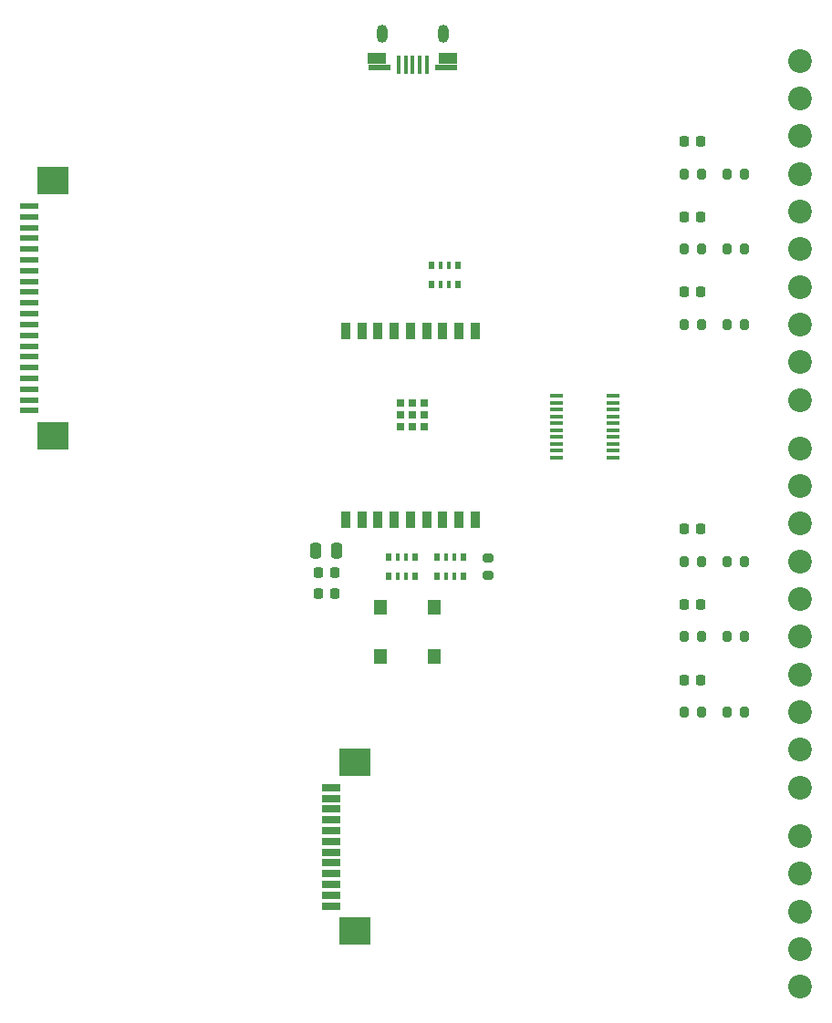
<source format=gbr>
%TF.GenerationSoftware,KiCad,Pcbnew,9.0.3*%
%TF.CreationDate,2025-08-16T08:56:31+03:00*%
%TF.ProjectId,PMCNV-Count6,504d434e-562d-4436-9f75-6e74362e6b69,rev?*%
%TF.SameCoordinates,PX3dfd240PY5f5e100*%
%TF.FileFunction,Soldermask,Top*%
%TF.FilePolarity,Negative*%
%FSLAX46Y46*%
G04 Gerber Fmt 4.6, Leading zero omitted, Abs format (unit mm)*
G04 Created by KiCad (PCBNEW 9.0.3) date 2025-08-16 08:56:31*
%MOMM*%
%LPD*%
G01*
G04 APERTURE LIST*
G04 Aperture macros list*
%AMRoundRect*
0 Rectangle with rounded corners*
0 $1 Rounding radius*
0 $2 $3 $4 $5 $6 $7 $8 $9 X,Y pos of 4 corners*
0 Add a 4 corners polygon primitive as box body*
4,1,4,$2,$3,$4,$5,$6,$7,$8,$9,$2,$3,0*
0 Add four circle primitives for the rounded corners*
1,1,$1+$1,$2,$3*
1,1,$1+$1,$4,$5*
1,1,$1+$1,$6,$7*
1,1,$1+$1,$8,$9*
0 Add four rect primitives between the rounded corners*
20,1,$1+$1,$2,$3,$4,$5,0*
20,1,$1+$1,$4,$5,$6,$7,0*
20,1,$1+$1,$6,$7,$8,$9,0*
20,1,$1+$1,$8,$9,$2,$3,0*%
G04 Aperture macros list end*
%ADD10C,2.200000*%
%ADD11R,0.500000X0.800000*%
%ADD12R,0.400000X0.800000*%
%ADD13RoundRect,0.200000X-0.200000X-0.275000X0.200000X-0.275000X0.200000X0.275000X-0.200000X0.275000X0*%
%ADD14RoundRect,0.200000X0.275000X-0.200000X0.275000X0.200000X-0.275000X0.200000X-0.275000X-0.200000X0*%
%ADD15RoundRect,0.250000X0.250000X0.475000X-0.250000X0.475000X-0.250000X-0.475000X0.250000X-0.475000X0*%
%ADD16RoundRect,0.225000X0.225000X0.250000X-0.225000X0.250000X-0.225000X-0.250000X0.225000X-0.250000X0*%
%ADD17R,1.803400X0.635000*%
%ADD18R,2.997200X2.590800*%
%ADD19R,1.244600X1.346200*%
%ADD20RoundRect,0.225000X-0.225000X-0.250000X0.225000X-0.250000X0.225000X0.250000X-0.225000X0.250000X0*%
%ADD21R,1.200000X0.400000*%
%ADD22R,0.406400X1.750000*%
%ADD23R,1.654126X1.104108*%
%ADD24R,2.108196X0.496100*%
%ADD25O,1.000000X1.700000*%
%ADD26R,2.108196X0.496108*%
%ADD27R,1.654066X1.104100*%
%ADD28R,0.889000X1.498600*%
%ADD29R,0.711200X0.711200*%
%ADD30R,1.800000X0.600000*%
%ADD31R,3.000000X2.600000*%
G04 APERTURE END LIST*
D10*
%TO.C,J6*%
X35000000Y-43000000D03*
X35000000Y-39500000D03*
X35000000Y-36000000D03*
X35000000Y-32500000D03*
X35000000Y-29000000D03*
%TD*%
D11*
%TO.C,RN1*%
X3200000Y24000000D03*
D12*
X2400000Y24000000D03*
X1600000Y24000000D03*
D11*
X800000Y24000000D03*
X800000Y22200000D03*
D12*
X1600000Y22200000D03*
X2400000Y22200000D03*
D11*
X3200000Y22200000D03*
%TD*%
D13*
%TO.C,R11*%
X24175000Y-17500000D03*
X25825000Y-17500000D03*
%TD*%
D14*
%TO.C,R13*%
X6000000Y-4825000D03*
X6000000Y-3175000D03*
%TD*%
D15*
%TO.C,C2*%
X-8050000Y-2500000D03*
X-9950000Y-2500000D03*
%TD*%
D16*
%TO.C,C5*%
X-8225000Y-4500000D03*
X-9775000Y-4500000D03*
%TD*%
D17*
%TO.C,J2*%
X-8556000Y-35499992D03*
X-8556000Y-34499994D03*
X-8556000Y-33499996D03*
X-8556000Y-32499998D03*
X-8556000Y-31500000D03*
X-8556000Y-30500000D03*
X-8556000Y-29500000D03*
X-8556000Y-28500000D03*
X-8556000Y-27500002D03*
X-8556000Y-26500004D03*
X-8556000Y-25500006D03*
X-8556000Y-24500008D03*
D18*
X-6385999Y-37850003D03*
X-6385999Y-22149997D03*
%TD*%
D13*
%TO.C,R9*%
X24175000Y-10500000D03*
X25825000Y-10500000D03*
%TD*%
D19*
%TO.C,SW1*%
X1000000Y-12286000D03*
X1000000Y-7714000D03*
%TD*%
D11*
%TO.C,RN3*%
X3700000Y-3100000D03*
D12*
X2900000Y-3100000D03*
X2100000Y-3100000D03*
D11*
X1300000Y-3100000D03*
X1300000Y-4900000D03*
D12*
X2100000Y-4900000D03*
X2900000Y-4900000D03*
D11*
X3700000Y-4900000D03*
%TD*%
D13*
%TO.C,R2*%
X28175000Y32500000D03*
X29825000Y32500000D03*
%TD*%
%TO.C,R1*%
X24175000Y32500000D03*
X25825000Y32500000D03*
%TD*%
D19*
%TO.C,SW2*%
X-4000000Y-12286000D03*
X-4000000Y-7714000D03*
%TD*%
D13*
%TO.C,R5*%
X24175000Y18500000D03*
X25825000Y18500000D03*
%TD*%
D16*
%TO.C,C9*%
X-8225000Y-6500000D03*
X-9775000Y-6500000D03*
%TD*%
D20*
%TO.C,C3*%
X24225000Y28500000D03*
X25775000Y28500000D03*
%TD*%
D21*
%TO.C,U3*%
X17600000Y6142500D03*
X17600000Y6777500D03*
X17600000Y7412500D03*
X17600000Y8047500D03*
X17600000Y8682500D03*
X17600000Y9317500D03*
X17600000Y9952500D03*
X17600000Y10587500D03*
X17600000Y11222500D03*
X17600000Y11857500D03*
X12400000Y11857500D03*
X12400000Y11222500D03*
X12400000Y10587500D03*
X12400000Y9952500D03*
X12400000Y9317500D03*
X12400000Y8682500D03*
X12400000Y8047500D03*
X12400000Y7412500D03*
X12400000Y6777500D03*
X12400000Y6142500D03*
%TD*%
D13*
%TO.C,R3*%
X24175000Y25500000D03*
X25825000Y25500000D03*
%TD*%
D22*
%TO.C,J1*%
X299972Y42627042D03*
X-350014Y42627042D03*
X-1000000Y42627042D03*
X-1649986Y42627042D03*
D23*
X2327035Y43200204D03*
D24*
X2100001Y42400100D03*
D25*
X1825001Y45502158D03*
D22*
X-2299972Y42627042D03*
D25*
X-3825001Y45502158D03*
D26*
X-4099997Y42400096D03*
D27*
X-4327061Y43200200D03*
%TD*%
D11*
%TO.C,RN2*%
X-3200000Y-4900000D03*
D12*
X-2400000Y-4900000D03*
X-1600000Y-4900000D03*
D11*
X-800000Y-4900000D03*
X-800000Y-3100000D03*
D12*
X-1600000Y-3100000D03*
X-2400000Y-3100000D03*
D11*
X-3200000Y-3100000D03*
%TD*%
D20*
%TO.C,C1*%
X24225000Y35500000D03*
X25775000Y35500000D03*
%TD*%
D13*
%TO.C,R4*%
X28175000Y25500000D03*
X29825000Y25500000D03*
%TD*%
D20*
%TO.C,C8*%
X24225000Y-14500000D03*
X25775000Y-14500000D03*
%TD*%
D10*
%TO.C,J4*%
X35000000Y-24500000D03*
X35000000Y-21000000D03*
X35000000Y-17500000D03*
X35000000Y-14000000D03*
X35000000Y-10500000D03*
X35000000Y-7000000D03*
X35000000Y-3500000D03*
X35000000Y0D03*
X35000000Y3500000D03*
X35000000Y7000000D03*
%TD*%
D13*
%TO.C,R6*%
X28175000Y18500000D03*
X29825000Y18500000D03*
%TD*%
%TO.C,R10*%
X28175000Y-10500000D03*
X29825000Y-10500000D03*
%TD*%
D28*
%TO.C,U2*%
X-7199998Y390000D03*
X-5699999Y390000D03*
X-4199999Y390000D03*
X-2700000Y390000D03*
X-1200000Y390000D03*
X300000Y390000D03*
X1800002Y390000D03*
X3300001Y390000D03*
X4800001Y390000D03*
X4799998Y17890000D03*
X3299999Y17890000D03*
X1799999Y17890000D03*
X300000Y17890000D03*
X-1200000Y17890000D03*
X-2700000Y17890000D03*
X-4200002Y17890000D03*
X-5700001Y17890000D03*
X-7200001Y17890000D03*
D29*
X-2100000Y9000000D03*
X-1000000Y9000000D03*
X100000Y9000000D03*
X-2100000Y10100000D03*
X-1000000Y10100000D03*
X100000Y10100000D03*
X-2100000Y11200000D03*
X-1000000Y11200000D03*
X100000Y11200000D03*
%TD*%
D30*
%TO.C,JM1*%
X-36546000Y10500000D03*
X-36546000Y11500000D03*
X-36546000Y12500000D03*
X-36546000Y13500000D03*
X-36546000Y14500000D03*
X-36546000Y15500000D03*
X-36546000Y16500000D03*
X-36546000Y17500000D03*
X-36546000Y18500000D03*
X-36546000Y19500000D03*
X-36546000Y20500000D03*
X-36546000Y21500000D03*
X-36546000Y22500000D03*
X-36546000Y23500000D03*
X-36546000Y24500000D03*
X-36546000Y25500000D03*
X-36546000Y26500000D03*
X-36546000Y27500000D03*
X-36546000Y28500000D03*
X-36546000Y29500000D03*
D31*
X-34375000Y8150000D03*
X-34375000Y31850000D03*
%TD*%
D13*
%TO.C,R8*%
X28175000Y-3500000D03*
X29825000Y-3500000D03*
%TD*%
D20*
%TO.C,C4*%
X24225000Y21500000D03*
X25775000Y21500000D03*
%TD*%
D13*
%TO.C,R7*%
X24175000Y-3500000D03*
X25825000Y-3500000D03*
%TD*%
D20*
%TO.C,C7*%
X24225000Y-7500000D03*
X25775000Y-7500000D03*
%TD*%
D13*
%TO.C,R12*%
X28175000Y-17500000D03*
X29825000Y-17500000D03*
%TD*%
D20*
%TO.C,C6*%
X24225000Y-500000D03*
X25775000Y-500000D03*
%TD*%
D10*
%TO.C,J3*%
X35000000Y11500000D03*
X35000000Y15000000D03*
X35000000Y18500000D03*
X35000000Y22000000D03*
X35000000Y25500000D03*
X35000000Y29000000D03*
X35000000Y32500000D03*
X35000000Y36000000D03*
X35000000Y39500000D03*
X35000000Y43000000D03*
%TD*%
M02*

</source>
